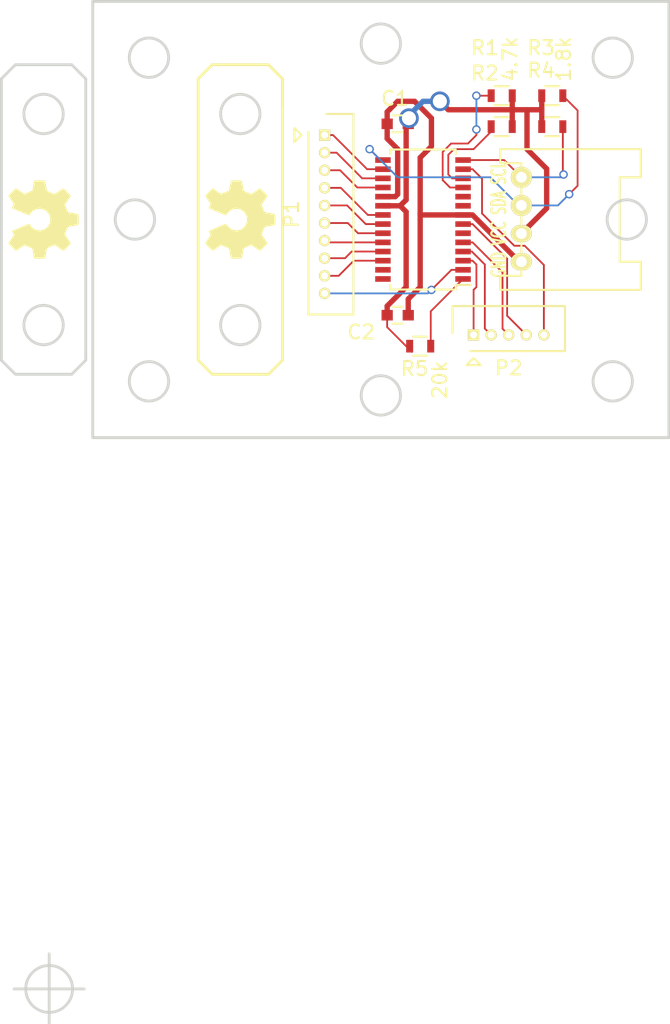
<source format=kicad_pcb>
(kicad_pcb (version 4) (host pcbnew 4.0.2+dfsg1-stable)

  (general
    (links 34)
    (no_connects 0)
    (area 87.085599 67.244799 125.085601 95.244801)
    (thickness 1.6)
    (drawings 40)
    (tracks 150)
    (zones 0)
    (modules 13)
    (nets 28)
  )

  (page A4)
  (title_block
    (date "26 jul 2013")
  )

  (layers
    (0 F.Cu signal)
    (31 B.Cu signal)
    (32 B.Adhes user)
    (33 F.Adhes user)
    (34 B.Paste user)
    (35 F.Paste user)
    (36 B.SilkS user)
    (37 F.SilkS user)
    (38 B.Mask user)
    (39 F.Mask user)
    (40 Dwgs.User user)
    (41 Cmts.User user)
    (42 Eco1.User user)
    (43 Eco2.User user)
    (44 Edge.Cuts user)
    (45 Margin user)
    (46 B.CrtYd user)
    (47 F.CrtYd user)
    (48 B.Fab user)
    (49 F.Fab user)
  )

  (setup
    (last_trace_width 0.127)
    (user_trace_width 0.127)
    (user_trace_width 0.2032)
    (user_trace_width 0.381)
    (user_trace_width 0.508)
    (user_trace_width 1.016)
    (user_trace_width 1.27)
    (user_trace_width 2.032)
    (user_trace_width 2.54)
    (trace_clearance 0.2)
    (zone_clearance 0.508)
    (zone_45_only yes)
    (trace_min 0.1238)
    (segment_width 0.2)
    (edge_width 0.2)
    (via_size 0.6)
    (via_drill 0.4)
    (via_min_size 0.4)
    (via_min_drill 0.3)
    (user_via 1.39954 1.00076)
    (user_via 1.39954 1.00076)
    (user_via 2.54 1.27)
    (user_via 2.54 1.27)
    (user_via 2.54 1.27)
    (user_via 2.54 1.27)
    (user_via 2.79908 1.99898)
    (user_via 2.79908 1.99898)
    (uvia_size 0.3)
    (uvia_drill 0.1)
    (uvias_allowed no)
    (uvia_min_size 0)
    (uvia_min_drill 0)
    (pcb_text_width 0.3)
    (pcb_text_size 1.5 1.5)
    (mod_edge_width 0.15)
    (mod_text_size 1 1)
    (mod_text_width 0.15)
    (pad_size 1.2 1.5)
    (pad_drill 0.762)
    (pad_to_mask_clearance 0.2)
    (aux_axis_origin 106.0856 81.2348)
    (grid_origin 106.0856 81.2448)
    (visible_elements FFFFEFFF)
    (pcbplotparams
      (layerselection 0x010f0_80000001)
      (usegerberextensions false)
      (excludeedgelayer true)
      (linewidth 0.100000)
      (plotframeref false)
      (viasonmask false)
      (mode 1)
      (useauxorigin false)
      (hpglpennumber 1)
      (hpglpenspeed 20)
      (hpglpendiameter 15)
      (hpglpenoverlay 2)
      (psnegative false)
      (psa4output false)
      (plotreference true)
      (plotvalue true)
      (plotinvisibletext false)
      (padsonsilk false)
      (subtractmaskfromsilk false)
      (outputformat 1)
      (mirror false)
      (drillshape 0)
      (scaleselection 1)
      (outputdirectory ""))
  )

  (net 0 "")
  (net 1 "Net-(P2-Pad2)")
  (net 2 "Net-(P2-Pad3)")
  (net 3 "Net-(P1-Pad2)")
  (net 4 "Net-(P1-Pad4)")
  (net 5 "Net-(P3-Pad4)")
  (net 6 "Net-(P2-Pad1)")
  (net 7 "Net-(P2-Pad4)")
  (net 8 "Net-(P2-Pad5)")
  (net 9 "Net-(C1-Pad1)")
  (net 10 "Net-(C1-Pad2)")
  (net 11 "Net-(P1-Pad1)")
  (net 12 "Net-(P1-Pad3)")
  (net 13 "Net-(P1-Pad5)")
  (net 14 "Net-(P1-Pad6)")
  (net 15 "Net-(P1-Pad7)")
  (net 16 "Net-(P1-Pad8)")
  (net 17 "Net-(P1-Pad9)")
  (net 18 "Net-(P1-Pad10)")
  (net 19 "Net-(P3-Pad3)")
  (net 20 "Net-(R1-Pad2)")
  (net 21 "Net-(R5-Pad2)")
  (net 22 "Net-(U1-Pad6)")
  (net 23 "Net-(U1-Pad9)")
  (net 24 "Net-(U1-Pad10)")
  (net 25 "Net-(U1-Pad27)")
  (net 26 "Net-(U1-Pad28)")
  (net 27 "Net-(R2-Pad2)")

  (net_class Default "これは標準のネット クラスです。"
    (clearance 0.2)
    (trace_width 0.25)
    (via_dia 0.6)
    (via_drill 0.4)
    (uvia_dia 0.3)
    (uvia_drill 0.1)
    (add_net "Net-(C1-Pad1)")
    (add_net "Net-(C1-Pad2)")
    (add_net "Net-(P1-Pad1)")
    (add_net "Net-(P1-Pad10)")
    (add_net "Net-(P1-Pad2)")
    (add_net "Net-(P1-Pad3)")
    (add_net "Net-(P1-Pad4)")
    (add_net "Net-(P1-Pad5)")
    (add_net "Net-(P1-Pad6)")
    (add_net "Net-(P1-Pad7)")
    (add_net "Net-(P1-Pad8)")
    (add_net "Net-(P1-Pad9)")
    (add_net "Net-(P2-Pad1)")
    (add_net "Net-(P2-Pad2)")
    (add_net "Net-(P2-Pad3)")
    (add_net "Net-(P2-Pad4)")
    (add_net "Net-(P2-Pad5)")
    (add_net "Net-(P3-Pad3)")
    (add_net "Net-(P3-Pad4)")
    (add_net "Net-(R1-Pad2)")
    (add_net "Net-(R2-Pad2)")
    (add_net "Net-(R5-Pad2)")
    (add_net "Net-(U1-Pad10)")
    (add_net "Net-(U1-Pad27)")
    (add_net "Net-(U1-Pad28)")
    (add_net "Net-(U1-Pad6)")
    (add_net "Net-(U1-Pad9)")
  )

  (module library:OSHW_LOGL_SYLK_5mm (layer F.Cu) (tedit 0) (tstamp 5B11AE7B)
    (at 82.0856 81.2448 270)
    (descr OSHW)
    (tags OSHW)
    (fp_text reference OSHW (at 0 2.95148 270) (layer F.SilkS) hide
      (effects (font (size 0.254 0.254) (thickness 0.0508)))
    )
    (fp_text value 1.1 (at 0 -2.95148 270) (layer F.SilkS) hide
      (effects (font (size 0.254 0.254) (thickness 0.0508)))
    )
    (fp_poly (pts (xy -1.68656 2.49936) (xy -1.65608 2.48412) (xy -1.59258 2.44348) (xy -1.4986 2.38252)
      (xy -1.38938 2.30886) (xy -1.27762 2.23266) (xy -1.18872 2.1717) (xy -1.12522 2.13106)
      (xy -1.09728 2.11836) (xy -1.08458 2.12344) (xy -1.03124 2.14884) (xy -0.95504 2.18694)
      (xy -0.91186 2.2098) (xy -0.84074 2.24028) (xy -0.80772 2.24536) (xy -0.8001 2.23774)
      (xy -0.7747 2.1844) (xy -0.7366 2.09296) (xy -0.68326 1.97104) (xy -0.6223 1.83134)
      (xy -0.5588 1.67894) (xy -0.49276 1.524) (xy -0.4318 1.37414) (xy -0.37846 1.24206)
      (xy -0.33528 1.13284) (xy -0.3048 1.05918) (xy -0.29464 1.02616) (xy -0.29718 1.01854)
      (xy -0.33274 0.98552) (xy -0.3937 0.9398) (xy -0.52578 0.83312) (xy -0.65532 0.67056)
      (xy -0.73406 0.48514) (xy -0.762 0.28194) (xy -0.73914 0.09144) (xy -0.66294 -0.09144)
      (xy -0.53594 -0.254) (xy -0.38354 -0.37592) (xy -0.2032 -0.45466) (xy 0 -0.47752)
      (xy 0.19304 -0.4572) (xy 0.37846 -0.38354) (xy 0.54356 -0.25908) (xy 0.61214 -0.1778)
      (xy 0.70866 -0.0127) (xy 0.762 0.1651) (xy 0.76962 0.21082) (xy 0.75946 0.4064)
      (xy 0.70358 0.59182) (xy 0.59944 0.75946) (xy 0.4572 0.89662) (xy 0.43942 0.91186)
      (xy 0.37084 0.96012) (xy 0.32766 0.99568) (xy 0.2921 1.02362) (xy 0.54102 1.62306)
      (xy 0.58166 1.71704) (xy 0.65024 1.88214) (xy 0.70866 2.02184) (xy 0.75692 2.1336)
      (xy 0.78994 2.2098) (xy 0.80518 2.24028) (xy 0.80772 2.24028) (xy 0.82804 2.24536)
      (xy 0.87376 2.22758) (xy 0.95758 2.18694) (xy 1.01346 2.159) (xy 1.07696 2.12852)
      (xy 1.1049 2.11836) (xy 1.1303 2.13106) (xy 1.19126 2.16916) (xy 1.28016 2.23012)
      (xy 1.38684 2.30378) (xy 1.48844 2.37236) (xy 1.58242 2.43332) (xy 1.651 2.4765)
      (xy 1.68402 2.49428) (xy 1.6891 2.49428) (xy 1.71958 2.47904) (xy 1.77292 2.43332)
      (xy 1.8542 2.35712) (xy 1.97104 2.24282) (xy 1.98882 2.22504) (xy 2.0828 2.12852)
      (xy 2.159 2.04724) (xy 2.21234 1.99136) (xy 2.23012 1.96342) (xy 2.23012 1.96342)
      (xy 2.21234 1.9304) (xy 2.16916 1.86436) (xy 2.1082 1.76784) (xy 2.032 1.65608)
      (xy 1.83388 1.36906) (xy 1.9431 1.09728) (xy 1.97612 1.01346) (xy 2.0193 0.91186)
      (xy 2.04978 0.84074) (xy 2.06502 0.80772) (xy 2.0955 0.79756) (xy 2.16916 0.77978)
      (xy 2.27838 0.75692) (xy 2.40792 0.73406) (xy 2.52984 0.7112) (xy 2.63906 0.69088)
      (xy 2.72034 0.67564) (xy 2.7559 0.66802) (xy 2.76606 0.66294) (xy 2.77114 0.64516)
      (xy 2.77622 0.60706) (xy 2.77876 0.54102) (xy 2.7813 0.43434) (xy 2.7813 0.28194)
      (xy 2.7813 0.26416) (xy 2.77876 0.11684) (xy 2.77622 0.00254) (xy 2.77368 -0.07366)
      (xy 2.7686 -0.10414) (xy 2.7686 -0.10414) (xy 2.73304 -0.11176) (xy 2.6543 -0.12954)
      (xy 2.54508 -0.14986) (xy 2.413 -0.17526) (xy 2.40284 -0.1778) (xy 2.2733 -0.2032)
      (xy 2.16154 -0.22606) (xy 2.08534 -0.24384) (xy 2.05232 -0.254) (xy 2.0447 -0.26416)
      (xy 2.0193 -0.31496) (xy 1.9812 -0.39624) (xy 1.93802 -0.4953) (xy 1.89484 -0.59944)
      (xy 1.85674 -0.69088) (xy 1.83134 -0.762) (xy 1.82372 -0.79248) (xy 1.82626 -0.79248)
      (xy 1.84404 -0.8255) (xy 1.88976 -0.89408) (xy 1.95326 -0.98806) (xy 2.032 -1.09982)
      (xy 2.03708 -1.10744) (xy 2.11328 -1.2192) (xy 2.17424 -1.31318) (xy 2.21488 -1.38176)
      (xy 2.23012 -1.41224) (xy 2.23012 -1.41224) (xy 2.20472 -1.44526) (xy 2.14884 -1.50876)
      (xy 2.06756 -1.59512) (xy 1.9685 -1.69164) (xy 1.93802 -1.72212) (xy 1.83134 -1.8288)
      (xy 1.75514 -1.89738) (xy 1.70942 -1.93548) (xy 1.68656 -1.9431) (xy 1.68402 -1.9431)
      (xy 1.651 -1.92278) (xy 1.58242 -1.87706) (xy 1.4859 -1.81102) (xy 1.37414 -1.73482)
      (xy 1.36652 -1.72974) (xy 1.25476 -1.65354) (xy 1.16078 -1.59004) (xy 1.09474 -1.54686)
      (xy 1.0668 -1.52908) (xy 1.06172 -1.52908) (xy 1.016 -1.54432) (xy 0.93726 -1.57226)
      (xy 0.84074 -1.60782) (xy 0.7366 -1.651) (xy 0.64516 -1.6891) (xy 0.57404 -1.72212)
      (xy 0.54102 -1.7399) (xy 0.54102 -1.74244) (xy 0.52832 -1.78054) (xy 0.508 -1.86436)
      (xy 0.48514 -1.97866) (xy 0.45974 -2.11582) (xy 0.45466 -2.13868) (xy 0.42926 -2.27076)
      (xy 0.40894 -2.37998) (xy 0.3937 -2.45618) (xy 0.38608 -2.48666) (xy 0.36576 -2.49174)
      (xy 0.30226 -2.49682) (xy 0.2032 -2.49936) (xy 0.08382 -2.49936) (xy -0.04064 -2.49936)
      (xy -0.1651 -2.49682) (xy -0.26924 -2.49174) (xy -0.34544 -2.48666) (xy -0.37592 -2.48158)
      (xy -0.37592 -2.47904) (xy -0.38862 -2.4384) (xy -0.4064 -2.35458) (xy -0.42926 -2.24028)
      (xy -0.4572 -2.10312) (xy -0.46228 -2.07772) (xy -0.48514 -1.94564) (xy -0.508 -1.83896)
      (xy -0.52324 -1.76276) (xy -0.5334 -1.73482) (xy -0.54356 -1.7272) (xy -0.59944 -1.70434)
      (xy -0.68834 -1.66624) (xy -0.79756 -1.62306) (xy -1.05156 -1.51892) (xy -1.36398 -1.73482)
      (xy -1.39446 -1.7526) (xy -1.50622 -1.8288) (xy -1.59766 -1.8923) (xy -1.66116 -1.93294)
      (xy -1.6891 -1.94818) (xy -1.69164 -1.94564) (xy -1.72212 -1.92024) (xy -1.78308 -1.86182)
      (xy -1.86944 -1.778) (xy -1.96596 -1.68148) (xy -2.03962 -1.60782) (xy -2.12598 -1.52146)
      (xy -2.17932 -1.46304) (xy -2.2098 -1.42494) (xy -2.21996 -1.40208) (xy -2.21742 -1.38684)
      (xy -2.1971 -1.35382) (xy -2.15138 -1.28524) (xy -2.08788 -1.19126) (xy -2.01168 -1.0795)
      (xy -1.94818 -0.98806) (xy -1.88214 -0.88392) (xy -1.83642 -0.80772) (xy -1.82118 -0.77216)
      (xy -1.82626 -0.75692) (xy -1.84658 -0.69596) (xy -1.88468 -0.60198) (xy -1.9304 -0.49276)
      (xy -2.03962 -0.24638) (xy -2.20218 -0.21336) (xy -2.30124 -0.19558) (xy -2.4384 -0.17018)
      (xy -2.56794 -0.14478) (xy -2.77368 -0.10414) (xy -2.7813 0.6477) (xy -2.75082 0.66294)
      (xy -2.72034 0.67056) (xy -2.64414 0.68834) (xy -2.53492 0.70866) (xy -2.40792 0.73406)
      (xy -2.2987 0.75438) (xy -2.18694 0.7747) (xy -2.1082 0.78994) (xy -2.07264 0.79756)
      (xy -2.06502 0.80772) (xy -2.03708 0.86106) (xy -1.99898 0.94742) (xy -1.9558 1.04902)
      (xy -1.91008 1.15316) (xy -1.87198 1.25222) (xy -1.84404 1.32588) (xy -1.83388 1.36398)
      (xy -1.84912 1.39192) (xy -1.8923 1.45796) (xy -1.95326 1.5494) (xy -2.02692 1.65862)
      (xy -2.10058 1.76784) (xy -2.16408 1.86182) (xy -2.20726 1.92786) (xy -2.22758 1.95834)
      (xy -2.21742 1.9812) (xy -2.17424 2.032) (xy -2.09042 2.11836) (xy -1.9685 2.24028)
      (xy -1.94818 2.25806) (xy -1.85166 2.35204) (xy -1.76784 2.42824) (xy -1.71196 2.47904)
      (xy -1.68656 2.49936)) (layer F.SilkS) (width 0.00254))
  )

  (module library:Grove_I2C_Horisontal_4pin_2mmpitch (layer F.Cu) (tedit 5B07AD1F) (tstamp 5B07A1DA)
    (at 116.0856 81.2448 90)
    (descr Grove_I2C_Horisontal_4pin_2mmpitch)
    (tags Grove_I2C_Horisontal_4pin_2mmpitch)
    (path /5B078B4C)
    (fp_text reference P3 (at 0 -2 90) (layer F.SilkS) hide
      (effects (font (size 1 1) (thickness 0.15)))
    )
    (fp_text value CONN_01X04 (at 0 10 90) (layer F.Fab) hide
      (effects (font (size 1 1) (thickness 0.15)))
    )
    (fp_text user "GND VCC SDA SCL" (at 0 -1.6 90) (layer F.SilkS)
      (effects (font (size 1 0.6) (thickness 0.15)))
    )
    (fp_line (start -5 8.5) (end -3 8.5) (layer F.SilkS) (width 0.15))
    (fp_line (start -3 8.5) (end -3 7) (layer F.SilkS) (width 0.15))
    (fp_line (start -3 7) (end 3 7) (layer F.SilkS) (width 0.15))
    (fp_line (start -5 0) (end -5 -1.5) (layer F.SilkS) (width 0.15))
    (fp_line (start -5 -1.5) (end -4 -1.5) (layer F.SilkS) (width 0.15))
    (fp_line (start -4 -1.5) (end -4 0) (layer F.SilkS) (width 0.15))
    (fp_line (start -4 0) (end 4 0) (layer F.SilkS) (width 0.15))
    (fp_line (start 4 0) (end 4 -1.5) (layer F.SilkS) (width 0.15))
    (fp_line (start 4 -1.5) (end 5 -1.5) (layer F.SilkS) (width 0.15))
    (fp_line (start 5 -1.5) (end 5 8.5) (layer F.SilkS) (width 0.15))
    (fp_line (start 5 8.5) (end 3 8.5) (layer F.SilkS) (width 0.15))
    (fp_line (start 3 8.5) (end 3 7) (layer F.SilkS) (width 0.15))
    (fp_line (start -5 8.5) (end -5 0) (layer F.SilkS) (width 0.15))
    (pad 1 thru_hole oval (at -3 0 90) (size 1.2 1.5) (drill 0.762) (layers *.Cu *.Mask F.SilkS)
      (net 10 "Net-(C1-Pad2)"))
    (pad 2 thru_hole oval (at -1 0 90) (size 1.2 1.5) (drill 0.762) (layers *.Cu *.Mask F.SilkS)
      (net 9 "Net-(C1-Pad1)"))
    (pad 3 thru_hole circle (at 1 0 90) (size 1.5 1.5) (drill 0.762) (layers *.Cu *.Mask F.SilkS)
      (net 19 "Net-(P3-Pad3)"))
    (pad 4 thru_hole circle (at 3 0 90) (size 1.5 1.5) (drill 0.762) (layers *.Cu *.Mask F.SilkS)
      (net 5 "Net-(P3-Pad4)"))
  )

  (module Capacitors_SMD:C_0603 (layer F.Cu) (tedit 5B07AE09) (tstamp 5B07A1A7)
    (at 107.2856 74.4448 180)
    (descr "Capacitor SMD 0603, reflow soldering, AVX (see smccp.pdf)")
    (tags "capacitor 0603")
    (path /5B078D86)
    (attr smd)
    (fp_text reference C1 (at 0.2 1.8 180) (layer F.SilkS)
      (effects (font (size 1 1) (thickness 0.15)))
    )
    (fp_text value 0.1 (at 0 1.9 180) (layer F.Fab) hide
      (effects (font (size 1 1) (thickness 0.15)))
    )
    (fp_line (start -1.45 -0.75) (end 1.45 -0.75) (layer F.CrtYd) (width 0.05))
    (fp_line (start -1.45 0.75) (end 1.45 0.75) (layer F.CrtYd) (width 0.05))
    (fp_line (start -1.45 -0.75) (end -1.45 0.75) (layer F.CrtYd) (width 0.05))
    (fp_line (start 1.45 -0.75) (end 1.45 0.75) (layer F.CrtYd) (width 0.05))
    (fp_line (start -0.35 -0.6) (end 0.35 -0.6) (layer F.SilkS) (width 0.15))
    (fp_line (start 0.35 0.6) (end -0.35 0.6) (layer F.SilkS) (width 0.15))
    (pad 1 smd rect (at -0.75 0 180) (size 0.8 0.75) (layers F.Cu F.Paste F.Mask)
      (net 9 "Net-(C1-Pad1)"))
    (pad 2 smd rect (at 0.75 0 180) (size 0.8 0.75) (layers F.Cu F.Paste F.Mask)
      (net 10 "Net-(C1-Pad2)"))
    (model Capacitors_SMD.3dshapes/C_0603.wrl
      (at (xyz 0 0 0))
      (scale (xyz 1 1 1))
      (rotate (xyz 0 0 0))
    )
  )

  (module Capacitors_SMD:C_0603 (layer F.Cu) (tedit 5B07AD7B) (tstamp 5B07A1AD)
    (at 107.2856 88.0448)
    (descr "Capacitor SMD 0603, reflow soldering, AVX (see smccp.pdf)")
    (tags "capacitor 0603")
    (path /5B078E5E)
    (attr smd)
    (fp_text reference C2 (at -2.6 1.2) (layer F.SilkS)
      (effects (font (size 1 1) (thickness 0.15)))
    )
    (fp_text value 10 (at 0 1.9) (layer F.Fab) hide
      (effects (font (size 1 1) (thickness 0.15)))
    )
    (fp_line (start -1.45 -0.75) (end 1.45 -0.75) (layer F.CrtYd) (width 0.05))
    (fp_line (start -1.45 0.75) (end 1.45 0.75) (layer F.CrtYd) (width 0.05))
    (fp_line (start -1.45 -0.75) (end -1.45 0.75) (layer F.CrtYd) (width 0.05))
    (fp_line (start 1.45 -0.75) (end 1.45 0.75) (layer F.CrtYd) (width 0.05))
    (fp_line (start -0.35 -0.6) (end 0.35 -0.6) (layer F.SilkS) (width 0.15))
    (fp_line (start 0.35 0.6) (end -0.35 0.6) (layer F.SilkS) (width 0.15))
    (pad 1 smd rect (at -0.75 0) (size 0.8 0.75) (layers F.Cu F.Paste F.Mask)
      (net 9 "Net-(C1-Pad1)"))
    (pad 2 smd rect (at 0.75 0) (size 0.8 0.75) (layers F.Cu F.Paste F.Mask)
      (net 10 "Net-(C1-Pad2)"))
    (model Capacitors_SMD.3dshapes/C_0603.wrl
      (at (xyz 0 0 0))
      (scale (xyz 1 1 1))
      (rotate (xyz 0 0 0))
    )
  )

  (module Connectors_Molex:Connector_Molex_PicoBlade_53047-1010 (layer F.Cu) (tedit 5B07A4C0) (tstamp 5B07A1BB)
    (at 102.0856 75.2448 270)
    (descr "Molex PicoBlade 1.25mm shrouded header. Vertical. 10 ways")
    (path /5B0789B7)
    (fp_text reference P1 (at 5.625 2.35 270) (layer F.SilkS)
      (effects (font (size 1 1) (thickness 0.15)))
    )
    (fp_text value CONN_01X10 (at 5.625 -3.25 270) (layer F.Fab) hide
      (effects (font (size 1 1) (thickness 0.15)))
    )
    (fp_line (start -1.5 -0.12) (end -1.5 -2.05) (layer F.SilkS) (width 0.15))
    (fp_line (start -1.5 -2.05) (end 12.75 -2.05) (layer F.SilkS) (width 0.15))
    (fp_line (start 12.75 -2.05) (end 12.75 1.15) (layer F.SilkS) (width 0.15))
    (fp_line (start 12.75 1.15) (end -0.23 1.15) (layer F.SilkS) (width 0.15))
    (fp_line (start 0 1.65) (end 0.5 2.15) (layer F.SilkS) (width 0.15))
    (fp_line (start 0.5 2.15) (end -0.5 2.15) (layer F.SilkS) (width 0.15))
    (fp_line (start -0.5 2.15) (end 0 1.65) (layer F.SilkS) (width 0.15))
    (fp_line (start -0.23 1.15) (end -1.5 -0.12) (layer F.Fab) (width 0.2))
    (fp_line (start -1.5 -0.12) (end -1.5 -2.05) (layer F.Fab) (width 0.2))
    (fp_line (start -1.5 -2.05) (end 12.75 -2.05) (layer F.Fab) (width 0.2))
    (fp_line (start 12.75 -2.05) (end 12.75 1.15) (layer F.Fab) (width 0.2))
    (fp_line (start 12.75 1.15) (end -0.23 1.15) (layer F.Fab) (width 0.2))
    (pad 1 thru_hole rect (at 0 0 270) (size 0.8 0.8) (drill 0.5) (layers *.Cu *.Mask F.SilkS)
      (net 11 "Net-(P1-Pad1)"))
    (pad 2 thru_hole oval (at 1.25 0 270) (size 0.8 0.8) (drill 0.5) (layers *.Cu *.Mask F.SilkS)
      (net 3 "Net-(P1-Pad2)"))
    (pad 3 thru_hole oval (at 2.5 0 270) (size 0.8 0.8) (drill 0.5) (layers *.Cu *.Mask F.SilkS)
      (net 12 "Net-(P1-Pad3)"))
    (pad 4 thru_hole oval (at 3.75 0 270) (size 0.8 0.8) (drill 0.5) (layers *.Cu *.Mask F.SilkS)
      (net 4 "Net-(P1-Pad4)"))
    (pad 5 thru_hole oval (at 5 0 270) (size 0.8 0.8) (drill 0.5) (layers *.Cu *.Mask F.SilkS)
      (net 13 "Net-(P1-Pad5)"))
    (pad 6 thru_hole oval (at 6.25 0 270) (size 0.8 0.8) (drill 0.5) (layers *.Cu *.Mask F.SilkS)
      (net 14 "Net-(P1-Pad6)"))
    (pad 7 thru_hole oval (at 7.5 0 270) (size 0.8 0.8) (drill 0.5) (layers *.Cu *.Mask F.SilkS)
      (net 15 "Net-(P1-Pad7)"))
    (pad 8 thru_hole oval (at 8.75 0 270) (size 0.8 0.8) (drill 0.5) (layers *.Cu *.Mask F.SilkS)
      (net 16 "Net-(P1-Pad8)"))
    (pad 9 thru_hole oval (at 10 0 270) (size 0.8 0.8) (drill 0.5) (layers *.Cu *.Mask F.SilkS)
      (net 17 "Net-(P1-Pad9)"))
    (pad 10 thru_hole oval (at 11.25 0 270) (size 0.8 0.8) (drill 0.5) (layers *.Cu *.Mask F.SilkS)
      (net 18 "Net-(P1-Pad10)"))
  )

  (module Connectors_Molex:Connector_Molex_PicoBlade_53047-0510 (layer F.Cu) (tedit 5B07A5C2) (tstamp 5B07A1C4)
    (at 112.6856 89.4448)
    (descr "Molex PicoBlade 1.25mm shrouded header. Vertical. 5 ways")
    (path /5B078ACC)
    (fp_text reference P2 (at 2.5 2.35) (layer F.SilkS)
      (effects (font (size 1 1) (thickness 0.15)))
    )
    (fp_text value CONN_01X05 (at 2.5 -3.25) (layer F.Fab) hide
      (effects (font (size 1 1) (thickness 0.15)))
    )
    (fp_line (start -1.5 -0.12) (end -1.5 -2.05) (layer F.SilkS) (width 0.15))
    (fp_line (start -1.5 -2.05) (end 6.5 -2.05) (layer F.SilkS) (width 0.15))
    (fp_line (start 6.5 -2.05) (end 6.5 1.15) (layer F.SilkS) (width 0.15))
    (fp_line (start 6.5 1.15) (end -0.23 1.15) (layer F.SilkS) (width 0.15))
    (fp_line (start 0 1.65) (end 0.5 2.15) (layer F.SilkS) (width 0.15))
    (fp_line (start 0.5 2.15) (end -0.5 2.15) (layer F.SilkS) (width 0.15))
    (fp_line (start -0.5 2.15) (end 0 1.65) (layer F.SilkS) (width 0.15))
    (fp_line (start -0.23 1.15) (end -1.5 -0.12) (layer F.Fab) (width 0.2))
    (fp_line (start -1.5 -0.12) (end -1.5 -2.05) (layer F.Fab) (width 0.2))
    (fp_line (start -1.5 -2.05) (end 6.5 -2.05) (layer F.Fab) (width 0.2))
    (fp_line (start 6.5 -2.05) (end 6.5 1.15) (layer F.Fab) (width 0.2))
    (fp_line (start 6.5 1.15) (end -0.23 1.15) (layer F.Fab) (width 0.2))
    (pad 1 thru_hole rect (at 0 0) (size 0.8 0.8) (drill 0.5) (layers *.Cu *.Mask F.SilkS)
      (net 6 "Net-(P2-Pad1)"))
    (pad 2 thru_hole oval (at 1.25 0) (size 0.8 0.8) (drill 0.5) (layers *.Cu *.Mask F.SilkS)
      (net 1 "Net-(P2-Pad2)"))
    (pad 3 thru_hole oval (at 2.5 0) (size 0.8 0.8) (drill 0.5) (layers *.Cu *.Mask F.SilkS)
      (net 2 "Net-(P2-Pad3)"))
    (pad 4 thru_hole oval (at 3.75 0) (size 0.8 0.8) (drill 0.5) (layers *.Cu *.Mask F.SilkS)
      (net 7 "Net-(P2-Pad4)"))
    (pad 5 thru_hole oval (at 5 0) (size 0.8 0.8) (drill 0.5) (layers *.Cu *.Mask F.SilkS)
      (net 8 "Net-(P2-Pad5)"))
    (model Connectors_Molex.3dshapes/Connector_Molex_PicoBlade_53047-0510.wrl
      (at (xyz 0.0984252 0 0))
      (scale (xyz 1 1 1))
      (rotate (xyz 0 0 180))
    )
  )

  (module Resistors_SMD:R_0603 (layer F.Cu) (tedit 5B07ADF5) (tstamp 5B07A1E0)
    (at 114.6856 72.4448 180)
    (descr "Resistor SMD 0603, reflow soldering, Vishay (see dcrcw.pdf)")
    (tags "resistor 0603")
    (path /5B079279)
    (attr smd)
    (fp_text reference R1 (at 1.2 3.4 180) (layer F.SilkS)
      (effects (font (size 1 1) (thickness 0.15)))
    )
    (fp_text value 4.7k (at -0.6 2.6 270) (layer F.SilkS)
      (effects (font (size 1 1) (thickness 0.15)))
    )
    (fp_line (start -1.3 -0.8) (end 1.3 -0.8) (layer F.CrtYd) (width 0.05))
    (fp_line (start -1.3 0.8) (end 1.3 0.8) (layer F.CrtYd) (width 0.05))
    (fp_line (start -1.3 -0.8) (end -1.3 0.8) (layer F.CrtYd) (width 0.05))
    (fp_line (start 1.3 -0.8) (end 1.3 0.8) (layer F.CrtYd) (width 0.05))
    (fp_line (start 0.5 0.675) (end -0.5 0.675) (layer F.SilkS) (width 0.15))
    (fp_line (start -0.5 -0.675) (end 0.5 -0.675) (layer F.SilkS) (width 0.15))
    (pad 1 smd rect (at -0.75 0 180) (size 0.5 0.9) (layers F.Cu F.Paste F.Mask)
      (net 9 "Net-(C1-Pad1)"))
    (pad 2 smd rect (at 0.75 0 180) (size 0.5 0.9) (layers F.Cu F.Paste F.Mask)
      (net 20 "Net-(R1-Pad2)"))
    (model Resistors_SMD.3dshapes/R_0603.wrl
      (at (xyz 0 0 0))
      (scale (xyz 1 1 1))
      (rotate (xyz 0 0 0))
    )
  )

  (module Resistors_SMD:R_0603 (layer F.Cu) (tedit 5B07AE02) (tstamp 5B07A1E6)
    (at 114.6856 74.6448 180)
    (descr "Resistor SMD 0603, reflow soldering, Vishay (see dcrcw.pdf)")
    (tags "resistor 0603")
    (path /5B07930E)
    (attr smd)
    (fp_text reference R2 (at 1.2 3.8 180) (layer F.SilkS)
      (effects (font (size 1 1) (thickness 0.15)))
    )
    (fp_text value 4.7k (at 0.2 -4.2 180) (layer F.SilkS) hide
      (effects (font (size 1 1) (thickness 0.15)))
    )
    (fp_line (start -1.3 -0.8) (end 1.3 -0.8) (layer F.CrtYd) (width 0.05))
    (fp_line (start -1.3 0.8) (end 1.3 0.8) (layer F.CrtYd) (width 0.05))
    (fp_line (start -1.3 -0.8) (end -1.3 0.8) (layer F.CrtYd) (width 0.05))
    (fp_line (start 1.3 -0.8) (end 1.3 0.8) (layer F.CrtYd) (width 0.05))
    (fp_line (start 0.5 0.675) (end -0.5 0.675) (layer F.SilkS) (width 0.15))
    (fp_line (start -0.5 -0.675) (end 0.5 -0.675) (layer F.SilkS) (width 0.15))
    (pad 1 smd rect (at -0.75 0 180) (size 0.5 0.9) (layers F.Cu F.Paste F.Mask)
      (net 9 "Net-(C1-Pad1)"))
    (pad 2 smd rect (at 0.75 0 180) (size 0.5 0.9) (layers F.Cu F.Paste F.Mask)
      (net 27 "Net-(R2-Pad2)"))
    (model Resistors_SMD.3dshapes/R_0603.wrl
      (at (xyz 0 0 0))
      (scale (xyz 1 1 1))
      (rotate (xyz 0 0 0))
    )
  )

  (module Resistors_SMD:R_0603 (layer F.Cu) (tedit 5B07ADDA) (tstamp 5B07A1EC)
    (at 118.2856 72.4448)
    (descr "Resistor SMD 0603, reflow soldering, Vishay (see dcrcw.pdf)")
    (tags "resistor 0603")
    (path /5B0794BC)
    (attr smd)
    (fp_text reference R3 (at -0.8 -3.4) (layer F.SilkS)
      (effects (font (size 1 1) (thickness 0.15)))
    )
    (fp_text value 1.8k (at 0 1.9) (layer F.SilkS) hide
      (effects (font (size 1 1) (thickness 0.15)))
    )
    (fp_line (start -1.3 -0.8) (end 1.3 -0.8) (layer F.CrtYd) (width 0.05))
    (fp_line (start -1.3 0.8) (end 1.3 0.8) (layer F.CrtYd) (width 0.05))
    (fp_line (start -1.3 -0.8) (end -1.3 0.8) (layer F.CrtYd) (width 0.05))
    (fp_line (start 1.3 -0.8) (end 1.3 0.8) (layer F.CrtYd) (width 0.05))
    (fp_line (start 0.5 0.675) (end -0.5 0.675) (layer F.SilkS) (width 0.15))
    (fp_line (start -0.5 -0.675) (end 0.5 -0.675) (layer F.SilkS) (width 0.15))
    (pad 1 smd rect (at -0.75 0) (size 0.5 0.9) (layers F.Cu F.Paste F.Mask)
      (net 9 "Net-(C1-Pad1)"))
    (pad 2 smd rect (at 0.75 0) (size 0.5 0.9) (layers F.Cu F.Paste F.Mask)
      (net 19 "Net-(P3-Pad3)"))
    (model Resistors_SMD.3dshapes/R_0603.wrl
      (at (xyz 0 0 0))
      (scale (xyz 1 1 1))
      (rotate (xyz 0 0 0))
    )
  )

  (module Resistors_SMD:R_0603 (layer F.Cu) (tedit 5B07ADEA) (tstamp 5B07A1F2)
    (at 118.2856 74.6448)
    (descr "Resistor SMD 0603, reflow soldering, Vishay (see dcrcw.pdf)")
    (tags "resistor 0603")
    (path /5B079552)
    (attr smd)
    (fp_text reference R4 (at -0.8 -4) (layer F.SilkS)
      (effects (font (size 1 1) (thickness 0.15)))
    )
    (fp_text value 1.8k (at 0.8 -4.8 90) (layer F.SilkS)
      (effects (font (size 1 1) (thickness 0.15)))
    )
    (fp_line (start -1.3 -0.8) (end 1.3 -0.8) (layer F.CrtYd) (width 0.05))
    (fp_line (start -1.3 0.8) (end 1.3 0.8) (layer F.CrtYd) (width 0.05))
    (fp_line (start -1.3 -0.8) (end -1.3 0.8) (layer F.CrtYd) (width 0.05))
    (fp_line (start 1.3 -0.8) (end 1.3 0.8) (layer F.CrtYd) (width 0.05))
    (fp_line (start 0.5 0.675) (end -0.5 0.675) (layer F.SilkS) (width 0.15))
    (fp_line (start -0.5 -0.675) (end 0.5 -0.675) (layer F.SilkS) (width 0.15))
    (pad 1 smd rect (at -0.75 0) (size 0.5 0.9) (layers F.Cu F.Paste F.Mask)
      (net 9 "Net-(C1-Pad1)"))
    (pad 2 smd rect (at 0.75 0) (size 0.5 0.9) (layers F.Cu F.Paste F.Mask)
      (net 5 "Net-(P3-Pad4)"))
    (model Resistors_SMD.3dshapes/R_0603.wrl
      (at (xyz 0 0 0))
      (scale (xyz 1 1 1))
      (rotate (xyz 0 0 0))
    )
  )

  (module Resistors_SMD:R_0603 (layer F.Cu) (tedit 5B07AD84) (tstamp 5B07A1F8)
    (at 108.8856 90.2448)
    (descr "Resistor SMD 0603, reflow soldering, Vishay (see dcrcw.pdf)")
    (tags "resistor 0603")
    (path /5B078FD5)
    (attr smd)
    (fp_text reference R5 (at -0.4 1.6) (layer F.SilkS)
      (effects (font (size 1 1) (thickness 0.15)))
    )
    (fp_text value 20k (at 1.4 2.4 90) (layer F.SilkS)
      (effects (font (size 1 1) (thickness 0.15)))
    )
    (fp_line (start -1.3 -0.8) (end 1.3 -0.8) (layer F.CrtYd) (width 0.05))
    (fp_line (start -1.3 0.8) (end 1.3 0.8) (layer F.CrtYd) (width 0.05))
    (fp_line (start -1.3 -0.8) (end -1.3 0.8) (layer F.CrtYd) (width 0.05))
    (fp_line (start 1.3 -0.8) (end 1.3 0.8) (layer F.CrtYd) (width 0.05))
    (fp_line (start 0.5 0.675) (end -0.5 0.675) (layer F.SilkS) (width 0.15))
    (fp_line (start -0.5 -0.675) (end 0.5 -0.675) (layer F.SilkS) (width 0.15))
    (pad 1 smd rect (at -0.75 0) (size 0.5 0.9) (layers F.Cu F.Paste F.Mask)
      (net 9 "Net-(C1-Pad1)"))
    (pad 2 smd rect (at 0.75 0) (size 0.5 0.9) (layers F.Cu F.Paste F.Mask)
      (net 21 "Net-(R5-Pad2)"))
    (model Resistors_SMD.3dshapes/R_0603.wrl
      (at (xyz 0 0 0))
      (scale (xyz 1 1 1))
      (rotate (xyz 0 0 0))
    )
  )

  (module Housings_SSOP:TSSOP-28_4.4x9.7mm_Pitch0.65mm (layer F.Cu) (tedit 5B07A4D3) (tstamp 5B07A218)
    (at 109.0856 81.2448 180)
    (descr "TSSOP28: plastic thin shrink small outline package; 28 leads; body width 4.4 mm; (see NXP SSOP-TSSOP-VSO-REFLOW.pdf and sot361-1_po.pdf)")
    (tags "SSOP 0.65")
    (path /5B0787D0)
    (attr smd)
    (fp_text reference U1 (at 0 -5.9 180) (layer F.SilkS) hide
      (effects (font (size 1 1) (thickness 0.15)))
    )
    (fp_text value MTCH6102_SSOP28 (at 0 5.9 180) (layer F.Fab) hide
      (effects (font (size 1 1) (thickness 0.15)))
    )
    (fp_line (start -3.65 -5.15) (end -3.65 5.15) (layer F.CrtYd) (width 0.05))
    (fp_line (start 3.65 -5.15) (end 3.65 5.15) (layer F.CrtYd) (width 0.05))
    (fp_line (start -3.65 -5.15) (end 3.65 -5.15) (layer F.CrtYd) (width 0.05))
    (fp_line (start -3.65 5.15) (end 3.65 5.15) (layer F.CrtYd) (width 0.05))
    (fp_line (start -2.325 -4.975) (end -2.325 -4.65) (layer F.SilkS) (width 0.15))
    (fp_line (start 2.325 -4.975) (end 2.325 -4.65) (layer F.SilkS) (width 0.15))
    (fp_line (start 2.325 4.975) (end 2.325 4.65) (layer F.SilkS) (width 0.15))
    (fp_line (start -2.325 4.975) (end -2.325 4.65) (layer F.SilkS) (width 0.15))
    (fp_line (start -2.325 -4.975) (end 2.325 -4.975) (layer F.SilkS) (width 0.15))
    (fp_line (start -2.325 4.975) (end 2.325 4.975) (layer F.SilkS) (width 0.15))
    (fp_line (start -2.325 -4.65) (end -3.4 -4.65) (layer F.SilkS) (width 0.15))
    (pad 1 smd rect (at -2.85 -4.225 180) (size 1.1 0.4) (layers F.Cu F.Paste F.Mask)
      (net 21 "Net-(R5-Pad2)"))
    (pad 2 smd rect (at -2.85 -3.575 180) (size 1.1 0.4) (layers F.Cu F.Paste F.Mask)
      (net 18 "Net-(P1-Pad10)"))
    (pad 3 smd rect (at -2.85 -2.925 180) (size 1.1 0.4) (layers F.Cu F.Paste F.Mask)
      (net 6 "Net-(P2-Pad1)"))
    (pad 4 smd rect (at -2.85 -2.275 180) (size 1.1 0.4) (layers F.Cu F.Paste F.Mask)
      (net 1 "Net-(P2-Pad2)"))
    (pad 5 smd rect (at -2.85 -1.625 180) (size 1.1 0.4) (layers F.Cu F.Paste F.Mask)
      (net 2 "Net-(P2-Pad3)"))
    (pad 6 smd rect (at -2.85 -0.975 180) (size 1.1 0.4) (layers F.Cu F.Paste F.Mask)
      (net 22 "Net-(U1-Pad6)"))
    (pad 7 smd rect (at -2.85 -0.325 180) (size 1.1 0.4) (layers F.Cu F.Paste F.Mask)
      (net 7 "Net-(P2-Pad4)"))
    (pad 8 smd rect (at -2.85 0.325 180) (size 1.1 0.4) (layers F.Cu F.Paste F.Mask)
      (net 10 "Net-(C1-Pad2)"))
    (pad 9 smd rect (at -2.85 0.975 180) (size 1.1 0.4) (layers F.Cu F.Paste F.Mask)
      (net 23 "Net-(U1-Pad9)"))
    (pad 10 smd rect (at -2.85 1.625 180) (size 1.1 0.4) (layers F.Cu F.Paste F.Mask)
      (net 24 "Net-(U1-Pad10)"))
    (pad 11 smd rect (at -2.85 2.275 180) (size 1.1 0.4) (layers F.Cu F.Paste F.Mask)
      (net 20 "Net-(R1-Pad2)"))
    (pad 12 smd rect (at -2.85 2.925 180) (size 1.1 0.4) (layers F.Cu F.Paste F.Mask)
      (net 27 "Net-(R2-Pad2)"))
    (pad 13 smd rect (at -2.85 3.575 180) (size 1.1 0.4) (layers F.Cu F.Paste F.Mask)
      (net 8 "Net-(P2-Pad5)"))
    (pad 14 smd rect (at -2.85 4.225 180) (size 1.1 0.4) (layers F.Cu F.Paste F.Mask)
      (net 5 "Net-(P3-Pad4)"))
    (pad 15 smd rect (at 2.85 4.225 180) (size 1.1 0.4) (layers F.Cu F.Paste F.Mask)
      (net 19 "Net-(P3-Pad3)"))
    (pad 16 smd rect (at 2.85 3.575 180) (size 1.1 0.4) (layers F.Cu F.Paste F.Mask)
      (net 11 "Net-(P1-Pad1)"))
    (pad 17 smd rect (at 2.85 2.925 180) (size 1.1 0.4) (layers F.Cu F.Paste F.Mask)
      (net 3 "Net-(P1-Pad2)"))
    (pad 18 smd rect (at 2.85 2.275 180) (size 1.1 0.4) (layers F.Cu F.Paste F.Mask)
      (net 12 "Net-(P1-Pad3)"))
    (pad 19 smd rect (at 2.85 1.625 180) (size 1.1 0.4) (layers F.Cu F.Paste F.Mask)
      (net 10 "Net-(C1-Pad2)"))
    (pad 20 smd rect (at 2.85 0.975 180) (size 1.1 0.4) (layers F.Cu F.Paste F.Mask)
      (net 9 "Net-(C1-Pad1)"))
    (pad 21 smd rect (at 2.85 0.325 180) (size 1.1 0.4) (layers F.Cu F.Paste F.Mask)
      (net 4 "Net-(P1-Pad4)"))
    (pad 22 smd rect (at 2.85 -0.325 180) (size 1.1 0.4) (layers F.Cu F.Paste F.Mask)
      (net 13 "Net-(P1-Pad5)"))
    (pad 23 smd rect (at 2.85 -0.975 180) (size 1.1 0.4) (layers F.Cu F.Paste F.Mask)
      (net 14 "Net-(P1-Pad6)"))
    (pad 24 smd rect (at 2.85 -1.625 180) (size 1.1 0.4) (layers F.Cu F.Paste F.Mask)
      (net 15 "Net-(P1-Pad7)"))
    (pad 25 smd rect (at 2.85 -2.275 180) (size 1.1 0.4) (layers F.Cu F.Paste F.Mask)
      (net 16 "Net-(P1-Pad8)"))
    (pad 26 smd rect (at 2.85 -2.925 180) (size 1.1 0.4) (layers F.Cu F.Paste F.Mask)
      (net 17 "Net-(P1-Pad9)"))
    (pad 27 smd rect (at 2.85 -3.575 180) (size 1.1 0.4) (layers F.Cu F.Paste F.Mask)
      (net 25 "Net-(U1-Pad27)"))
    (pad 28 smd rect (at 2.85 -4.225 180) (size 1.1 0.4) (layers F.Cu F.Paste F.Mask)
      (net 26 "Net-(U1-Pad28)"))
    (model Housings_SSOP.3dshapes/TSSOP-28_4.4x9.7mm_Pitch0.65mm.wrl
      (at (xyz 0 0 0))
      (scale (xyz 1 1 1))
      (rotate (xyz 0 0 0))
    )
  )

  (module library:OSHW_LOGL_SYLK_5mm (layer F.Cu) (tedit 0) (tstamp 5B07B026)
    (at 96.0856 81.2448 270)
    (descr OSHW)
    (tags OSHW)
    (fp_text reference OSHW (at 0 2.95148 270) (layer F.SilkS) hide
      (effects (font (size 0.254 0.254) (thickness 0.0508)))
    )
    (fp_text value 1.1 (at 0 -2.95148 270) (layer F.SilkS) hide
      (effects (font (size 0.254 0.254) (thickness 0.0508)))
    )
    (fp_poly (pts (xy -1.68656 2.49936) (xy -1.65608 2.48412) (xy -1.59258 2.44348) (xy -1.4986 2.38252)
      (xy -1.38938 2.30886) (xy -1.27762 2.23266) (xy -1.18872 2.1717) (xy -1.12522 2.13106)
      (xy -1.09728 2.11836) (xy -1.08458 2.12344) (xy -1.03124 2.14884) (xy -0.95504 2.18694)
      (xy -0.91186 2.2098) (xy -0.84074 2.24028) (xy -0.80772 2.24536) (xy -0.8001 2.23774)
      (xy -0.7747 2.1844) (xy -0.7366 2.09296) (xy -0.68326 1.97104) (xy -0.6223 1.83134)
      (xy -0.5588 1.67894) (xy -0.49276 1.524) (xy -0.4318 1.37414) (xy -0.37846 1.24206)
      (xy -0.33528 1.13284) (xy -0.3048 1.05918) (xy -0.29464 1.02616) (xy -0.29718 1.01854)
      (xy -0.33274 0.98552) (xy -0.3937 0.9398) (xy -0.52578 0.83312) (xy -0.65532 0.67056)
      (xy -0.73406 0.48514) (xy -0.762 0.28194) (xy -0.73914 0.09144) (xy -0.66294 -0.09144)
      (xy -0.53594 -0.254) (xy -0.38354 -0.37592) (xy -0.2032 -0.45466) (xy 0 -0.47752)
      (xy 0.19304 -0.4572) (xy 0.37846 -0.38354) (xy 0.54356 -0.25908) (xy 0.61214 -0.1778)
      (xy 0.70866 -0.0127) (xy 0.762 0.1651) (xy 0.76962 0.21082) (xy 0.75946 0.4064)
      (xy 0.70358 0.59182) (xy 0.59944 0.75946) (xy 0.4572 0.89662) (xy 0.43942 0.91186)
      (xy 0.37084 0.96012) (xy 0.32766 0.99568) (xy 0.2921 1.02362) (xy 0.54102 1.62306)
      (xy 0.58166 1.71704) (xy 0.65024 1.88214) (xy 0.70866 2.02184) (xy 0.75692 2.1336)
      (xy 0.78994 2.2098) (xy 0.80518 2.24028) (xy 0.80772 2.24028) (xy 0.82804 2.24536)
      (xy 0.87376 2.22758) (xy 0.95758 2.18694) (xy 1.01346 2.159) (xy 1.07696 2.12852)
      (xy 1.1049 2.11836) (xy 1.1303 2.13106) (xy 1.19126 2.16916) (xy 1.28016 2.23012)
      (xy 1.38684 2.30378) (xy 1.48844 2.37236) (xy 1.58242 2.43332) (xy 1.651 2.4765)
      (xy 1.68402 2.49428) (xy 1.6891 2.49428) (xy 1.71958 2.47904) (xy 1.77292 2.43332)
      (xy 1.8542 2.35712) (xy 1.97104 2.24282) (xy 1.98882 2.22504) (xy 2.0828 2.12852)
      (xy 2.159 2.04724) (xy 2.21234 1.99136) (xy 2.23012 1.96342) (xy 2.23012 1.96342)
      (xy 2.21234 1.9304) (xy 2.16916 1.86436) (xy 2.1082 1.76784) (xy 2.032 1.65608)
      (xy 1.83388 1.36906) (xy 1.9431 1.09728) (xy 1.97612 1.01346) (xy 2.0193 0.91186)
      (xy 2.04978 0.84074) (xy 2.06502 0.80772) (xy 2.0955 0.79756) (xy 2.16916 0.77978)
      (xy 2.27838 0.75692) (xy 2.40792 0.73406) (xy 2.52984 0.7112) (xy 2.63906 0.69088)
      (xy 2.72034 0.67564) (xy 2.7559 0.66802) (xy 2.76606 0.66294) (xy 2.77114 0.64516)
      (xy 2.77622 0.60706) (xy 2.77876 0.54102) (xy 2.7813 0.43434) (xy 2.7813 0.28194)
      (xy 2.7813 0.26416) (xy 2.77876 0.11684) (xy 2.77622 0.00254) (xy 2.77368 -0.07366)
      (xy 2.7686 -0.10414) (xy 2.7686 -0.10414) (xy 2.73304 -0.11176) (xy 2.6543 -0.12954)
      (xy 2.54508 -0.14986) (xy 2.413 -0.17526) (xy 2.40284 -0.1778) (xy 2.2733 -0.2032)
      (xy 2.16154 -0.22606) (xy 2.08534 -0.24384) (xy 2.05232 -0.254) (xy 2.0447 -0.26416)
      (xy 2.0193 -0.31496) (xy 1.9812 -0.39624) (xy 1.93802 -0.4953) (xy 1.89484 -0.59944)
      (xy 1.85674 -0.69088) (xy 1.83134 -0.762) (xy 1.82372 -0.79248) (xy 1.82626 -0.79248)
      (xy 1.84404 -0.8255) (xy 1.88976 -0.89408) (xy 1.95326 -0.98806) (xy 2.032 -1.09982)
      (xy 2.03708 -1.10744) (xy 2.11328 -1.2192) (xy 2.17424 -1.31318) (xy 2.21488 -1.38176)
      (xy 2.23012 -1.41224) (xy 2.23012 -1.41224) (xy 2.20472 -1.44526) (xy 2.14884 -1.50876)
      (xy 2.06756 -1.59512) (xy 1.9685 -1.69164) (xy 1.93802 -1.72212) (xy 1.83134 -1.8288)
      (xy 1.75514 -1.89738) (xy 1.70942 -1.93548) (xy 1.68656 -1.9431) (xy 1.68402 -1.9431)
      (xy 1.651 -1.92278) (xy 1.58242 -1.87706) (xy 1.4859 -1.81102) (xy 1.37414 -1.73482)
      (xy 1.36652 -1.72974) (xy 1.25476 -1.65354) (xy 1.16078 -1.59004) (xy 1.09474 -1.54686)
      (xy 1.0668 -1.52908) (xy 1.06172 -1.52908) (xy 1.016 -1.54432) (xy 0.93726 -1.57226)
      (xy 0.84074 -1.60782) (xy 0.7366 -1.651) (xy 0.64516 -1.6891) (xy 0.57404 -1.72212)
      (xy 0.54102 -1.7399) (xy 0.54102 -1.74244) (xy 0.52832 -1.78054) (xy 0.508 -1.86436)
      (xy 0.48514 -1.97866) (xy 0.45974 -2.11582) (xy 0.45466 -2.13868) (xy 0.42926 -2.27076)
      (xy 0.40894 -2.37998) (xy 0.3937 -2.45618) (xy 0.38608 -2.48666) (xy 0.36576 -2.49174)
      (xy 0.30226 -2.49682) (xy 0.2032 -2.49936) (xy 0.08382 -2.49936) (xy -0.04064 -2.49936)
      (xy -0.1651 -2.49682) (xy -0.26924 -2.49174) (xy -0.34544 -2.48666) (xy -0.37592 -2.48158)
      (xy -0.37592 -2.47904) (xy -0.38862 -2.4384) (xy -0.4064 -2.35458) (xy -0.42926 -2.24028)
      (xy -0.4572 -2.10312) (xy -0.46228 -2.07772) (xy -0.48514 -1.94564) (xy -0.508 -1.83896)
      (xy -0.52324 -1.76276) (xy -0.5334 -1.73482) (xy -0.54356 -1.7272) (xy -0.59944 -1.70434)
      (xy -0.68834 -1.66624) (xy -0.79756 -1.62306) (xy -1.05156 -1.51892) (xy -1.36398 -1.73482)
      (xy -1.39446 -1.7526) (xy -1.50622 -1.8288) (xy -1.59766 -1.8923) (xy -1.66116 -1.93294)
      (xy -1.6891 -1.94818) (xy -1.69164 -1.94564) (xy -1.72212 -1.92024) (xy -1.78308 -1.86182)
      (xy -1.86944 -1.778) (xy -1.96596 -1.68148) (xy -2.03962 -1.60782) (xy -2.12598 -1.52146)
      (xy -2.17932 -1.46304) (xy -2.2098 -1.42494) (xy -2.21996 -1.40208) (xy -2.21742 -1.38684)
      (xy -2.1971 -1.35382) (xy -2.15138 -1.28524) (xy -2.08788 -1.19126) (xy -2.01168 -1.0795)
      (xy -1.94818 -0.98806) (xy -1.88214 -0.88392) (xy -1.83642 -0.80772) (xy -1.82118 -0.77216)
      (xy -1.82626 -0.75692) (xy -1.84658 -0.69596) (xy -1.88468 -0.60198) (xy -1.9304 -0.49276)
      (xy -2.03962 -0.24638) (xy -2.20218 -0.21336) (xy -2.30124 -0.19558) (xy -2.4384 -0.17018)
      (xy -2.56794 -0.14478) (xy -2.77368 -0.10414) (xy -2.7813 0.6477) (xy -2.75082 0.66294)
      (xy -2.72034 0.67056) (xy -2.64414 0.68834) (xy -2.53492 0.70866) (xy -2.40792 0.73406)
      (xy -2.2987 0.75438) (xy -2.18694 0.7747) (xy -2.1082 0.78994) (xy -2.07264 0.79756)
      (xy -2.06502 0.80772) (xy -2.03708 0.86106) (xy -1.99898 0.94742) (xy -1.9558 1.04902)
      (xy -1.91008 1.15316) (xy -1.87198 1.25222) (xy -1.84404 1.32588) (xy -1.83388 1.36398)
      (xy -1.84912 1.39192) (xy -1.8923 1.45796) (xy -1.95326 1.5494) (xy -2.02692 1.65862)
      (xy -2.10058 1.76784) (xy -2.16408 1.86182) (xy -2.20726 1.92786) (xy -2.22758 1.95834)
      (xy -2.21742 1.9812) (xy -2.17424 2.032) (xy -2.09042 2.11836) (xy -1.9685 2.24028)
      (xy -1.94818 2.25806) (xy -1.85166 2.35204) (xy -1.76784 2.42824) (xy -1.71196 2.47904)
      (xy -1.68656 2.49936)) (layer F.SilkS) (width 0.00254))
  )

  (gr_line (start 126.5856 65.7448) (end 85.5856 65.7448) (angle 90) (layer Edge.Cuts) (width 0.2))
  (gr_line (start 126.5856 96.7448) (end 126.5856 65.7448) (angle 90) (layer Edge.Cuts) (width 0.2))
  (gr_line (start 85.5856 96.7448) (end 126.5856 96.7448) (angle 90) (layer Edge.Cuts) (width 0.2))
  (gr_line (start 85.5856 65.7448) (end 85.5856 96.7448) (angle 90) (layer Edge.Cuts) (width 0.2))
  (gr_line (start 79.0856 91.2448) (end 79.0856 71.2448) (angle 90) (layer Edge.Cuts) (width 0.2))
  (gr_line (start 80.0856 92.2448) (end 79.0856 91.2448) (angle 90) (layer Edge.Cuts) (width 0.2))
  (gr_line (start 84.0856 92.2448) (end 80.0856 92.2448) (angle 90) (layer Edge.Cuts) (width 0.2))
  (gr_line (start 85.0856 91.2448) (end 84.0856 92.2448) (angle 90) (layer Edge.Cuts) (width 0.2))
  (gr_line (start 85.0856 71.2448) (end 85.0856 91.2448) (angle 90) (layer Edge.Cuts) (width 0.2))
  (gr_line (start 84.0856 70.2448) (end 85.0856 71.2448) (angle 90) (layer Edge.Cuts) (width 0.2))
  (gr_line (start 80.0856 70.2448) (end 84.0856 70.2448) (angle 90) (layer Edge.Cuts) (width 0.2))
  (gr_line (start 79.0856 71.2448) (end 80.0856 70.2448) (angle 90) (layer Edge.Cuts) (width 0.2))
  (gr_circle (center 82.0856 73.7448) (end 83.4856 73.7448) (layer Edge.Cuts) (width 0.2) (tstamp 5B07AEF0))
  (gr_circle (center 82.0856 88.7448) (end 83.4856 88.7448) (layer Edge.Cuts) (width 0.2) (tstamp 5B07AEEF))
  (gr_line (start 93.0856 71.2448) (end 93.0856 91.2448) (angle 90) (layer F.SilkS) (width 0.2))
  (gr_line (start 94.0856 70.2448) (end 93.0856 71.2448) (angle 90) (layer F.SilkS) (width 0.2))
  (gr_line (start 98.0856 70.2448) (end 94.0856 70.2448) (angle 90) (layer F.SilkS) (width 0.2))
  (gr_line (start 99.0856 71.2448) (end 98.0856 70.2448) (angle 90) (layer F.SilkS) (width 0.2))
  (gr_line (start 99.0856 91.2448) (end 99.0856 71.2448) (angle 90) (layer F.SilkS) (width 0.2))
  (gr_line (start 93.0856 71.2448) (end 94.0856 70.2448) (angle 90) (layer F.SilkS) (width 0.2))
  (gr_line (start 94.0856 92.2448) (end 93.0856 91.2448) (angle 90) (layer F.SilkS) (width 0.2))
  (gr_line (start 98.0856 92.2448) (end 94.0856 92.2448) (angle 90) (layer F.SilkS) (width 0.2))
  (gr_line (start 99.0856 91.2448) (end 98.0856 92.2448) (angle 90) (layer F.SilkS) (width 0.2))
  (gr_line (start 99.0856 71.2448) (end 99.0856 73.2448) (angle 90) (layer F.SilkS) (width 0.2))
  (gr_line (start 98.0856 70.2448) (end 99.0856 71.2448) (angle 90) (layer F.SilkS) (width 0.2))
  (gr_circle (center 96.0856 88.7448) (end 97.4856 88.7448) (layer Edge.Cuts) (width 0.2) (tstamp 5B07A301))
  (gr_circle (center 96.0856 73.7448) (end 97.4856 73.7448) (layer Edge.Cuts) (width 0.2) (tstamp 5B07A2F5))
  (gr_circle (center 123.5856 81.2448) (end 124.9856 81.2448) (layer Edge.Cuts) (width 0.2) (tstamp 5B07A0CA))
  (gr_circle (center 88.5856 81.2448) (end 89.9856 81.2448) (layer Edge.Cuts) (width 0.2) (tstamp 5B07A0C4))
  (gr_circle (center 106.0856 93.7448) (end 107.4856 93.7448) (layer Edge.Cuts) (width 0.2) (tstamp 5B07A0BE))
  (gr_circle (center 106.0856 68.7448) (end 107.4856 68.7448) (layer Edge.Cuts) (width 0.2) (tstamp 5B07A09F))
  (gr_circle (center 89.5856 92.7448) (end 90.9856 92.7448) (layer Edge.Cuts) (width 0.2) (tstamp 5B079F99))
  (gr_circle (center 122.5856 92.7448) (end 123.9856 92.7448) (layer Edge.Cuts) (width 0.2) (tstamp 5B079F94))
  (gr_circle (center 122.5856 69.7448) (end 123.9856 69.7448) (layer Edge.Cuts) (width 0.2) (tstamp 5B079F8E))
  (gr_circle (center 89.5856 69.7448) (end 90.9856 69.7448) (layer Edge.Cuts) (width 0.2))
  (gr_line (start 85.5856 96.7448) (end 85.5856 65.7448) (angle 90) (layer F.SilkS) (width 0.2))
  (gr_line (start 126.5856 96.7448) (end 85.5856 96.7448) (angle 90) (layer F.SilkS) (width 0.2))
  (gr_line (start 126.5856 65.7448) (end 126.5856 96.7448) (angle 90) (layer F.SilkS) (width 0.2))
  (gr_line (start 85.5856 65.7448) (end 126.5856 65.7448) (angle 90) (layer F.SilkS) (width 0.2))
  (target plus (at 82.484 135.9246) (size 5) (width 0.2) (layer Edge.Cuts))

  (segment (start 111.9356 83.5198) (end 112.5606 83.5198) (width 0.127) (layer F.Cu) (net 1))
  (segment (start 113.4856 88.9948) (end 113.9356 89.4448) (width 0.127) (layer F.Cu) (net 1) (tstamp 5B07ACCB))
  (segment (start 113.4856 84.4448) (end 113.4856 88.9948) (width 0.127) (layer F.Cu) (net 1) (tstamp 5B07ACC8))
  (segment (start 112.5606 83.5198) (end 113.4856 84.4448) (width 0.127) (layer F.Cu) (net 1) (tstamp 5B07ACC6))
  (segment (start 114.745088 89.004288) (end 114.745088 85.002288) (width 0.127) (layer F.Cu) (net 2))
  (segment (start 112.6126 82.8698) (end 111.9356 82.8698) (width 0.127) (layer F.Cu) (net 2))
  (segment (start 115.1856 89.4448) (end 114.745088 89.004288) (width 0.127) (layer F.Cu) (net 2))
  (segment (start 114.745088 85.002288) (end 112.6126 82.8698) (width 0.127) (layer F.Cu) (net 2))
  (segment (start 106.2356 78.3198) (end 104.7606 78.3198) (width 0.127) (layer F.Cu) (net 3))
  (segment (start 102.9356 76.4948) (end 102.0856 76.4948) (width 0.127) (layer F.Cu) (net 3) (tstamp 5B07A5E4))
  (segment (start 104.7606 78.3198) (end 102.9356 76.4948) (width 0.127) (layer F.Cu) (net 3) (tstamp 5B07A5E2))
  (segment (start 102.0856 78.9948) (end 103.2356 78.9948) (width 0.127) (layer F.Cu) (net 4))
  (segment (start 105.1606 80.9198) (end 106.2356 80.9198) (width 0.127) (layer F.Cu) (net 4) (tstamp 5B07A7CF))
  (segment (start 103.2356 78.9948) (end 105.1606 80.9198) (width 0.127) (layer F.Cu) (net 4) (tstamp 5B07A7CC))
  (segment (start 119.0356 74.6448) (end 119.0356 77.9948) (width 0.127) (layer F.Cu) (net 5))
  (segment (start 118.8856 78.2448) (end 116.0856 78.2448) (width 0.127) (layer B.Cu) (net 5) (tstamp 5B07ABF8))
  (segment (start 119.0856 78.0448) (end 118.8856 78.2448) (width 0.127) (layer B.Cu) (net 5) (tstamp 5B07ABF7))
  (via (at 119.0856 78.0448) (size 0.6) (drill 0.4) (layers F.Cu B.Cu) (net 5))
  (segment (start 119.0356 77.9948) (end 119.0856 78.0448) (width 0.127) (layer F.Cu) (net 5) (tstamp 5B07ABEE))
  (segment (start 111.9356 77.0198) (end 114.8606 77.0198) (width 0.127) (layer F.Cu) (net 5))
  (segment (start 114.8606 77.0198) (end 116.0856 78.2448) (width 0.127) (layer F.Cu) (net 5) (tstamp 5B07AA40))
  (segment (start 112.6856 89.4448) (end 112.6856 86.2448) (width 0.127) (layer F.Cu) (net 6))
  (segment (start 112.6106 84.1698) (end 111.9356 84.1698) (width 0.127) (layer F.Cu) (net 6) (tstamp 5B07ACA8))
  (segment (start 112.8856 84.4448) (end 112.6106 84.1698) (width 0.127) (layer F.Cu) (net 6) (tstamp 5B07ACA5))
  (segment (start 112.8856 86.0448) (end 112.8856 84.4448) (width 0.127) (layer F.Cu) (net 6) (tstamp 5B07ACA2))
  (segment (start 112.6856 86.2448) (end 112.8856 86.0448) (width 0.127) (layer F.Cu) (net 6) (tstamp 5B07AC9F))
  (segment (start 111.9356 81.5698) (end 112.6126 81.5698) (width 0.127) (layer F.Cu) (net 7))
  (segment (start 112.6126 81.5698) (end 115.072099 84.029299) (width 0.127) (layer F.Cu) (net 7))
  (segment (start 115.072099 84.029299) (end 115.072099 88.081299) (width 0.127) (layer F.Cu) (net 7))
  (segment (start 115.072099 88.081299) (end 116.035601 89.044801) (width 0.127) (layer F.Cu) (net 7))
  (segment (start 116.035601 89.044801) (end 116.4356 89.4448) (width 0.127) (layer F.Cu) (net 7))
  (segment (start 113.2856 80.815987) (end 113.2856 78.3428) (width 0.127) (layer F.Cu) (net 8))
  (segment (start 112.6126 77.6698) (end 111.9356 77.6698) (width 0.127) (layer F.Cu) (net 8))
  (segment (start 113.2856 78.3428) (end 112.6126 77.6698) (width 0.127) (layer F.Cu) (net 8))
  (segment (start 117.6856 89.4448) (end 117.6856 84.473613) (width 0.127) (layer F.Cu) (net 8))
  (segment (start 117.6856 84.473613) (end 116.320297 83.10831) (width 0.127) (layer F.Cu) (net 8))
  (segment (start 116.320297 83.10831) (end 115.577923 83.10831) (width 0.127) (layer F.Cu) (net 8))
  (segment (start 115.577923 83.10831) (end 113.2856 80.815987) (width 0.127) (layer F.Cu) (net 8))
  (segment (start 106.5356 88.0448) (end 106.5356 88.8948) (width 0.127) (layer F.Cu) (net 9))
  (segment (start 106.5356 88.8948) (end 108.2856 90.6448) (width 0.127) (layer F.Cu) (net 9) (tstamp 5B07AD89))
  (segment (start 108.2856 90.6448) (end 108.1356 90.2448) (width 0.127) (layer F.Cu) (net 9) (tstamp 5B07AD8C))
  (segment (start 108.0356 74.4448) (end 108.0356 74.0948) (width 0.381) (layer F.Cu) (net 9))
  (segment (start 108.0356 74.0948) (end 108.0856 74.0448) (width 0.381) (layer F.Cu) (net 9) (tstamp 5B07ABB1))
  (segment (start 110.2856 72.8448) (end 110.8856 73.4448) (width 0.381) (layer F.Cu) (net 9) (tstamp 5B07ABBB))
  (via (at 110.2856 72.8448) (size 1.39954) (drill 1.00076) (layers F.Cu B.Cu) (net 9))
  (segment (start 109.0856 72.8448) (end 110.2856 72.8448) (width 0.381) (layer B.Cu) (net 9) (tstamp 5B07ABB7))
  (segment (start 108.0856 73.8448) (end 109.0856 72.8448) (width 0.381) (layer B.Cu) (net 9) (tstamp 5B07ABB6))
  (segment (start 108.0856 74.0448) (end 108.0856 73.8448) (width 0.381) (layer B.Cu) (net 9) (tstamp 5B07ABB5))
  (via (at 108.0856 74.0448) (size 1.39954) (drill 1.00076) (layers F.Cu B.Cu) (net 9))
  (segment (start 115.4856 73.4448) (end 110.8856 73.4448) (width 0.381) (layer F.Cu) (net 9))
  (segment (start 116.4856 73.4448) (end 116.4856 76.2448) (width 0.381) (layer F.Cu) (net 9))
  (segment (start 117.8856 80.4448) (end 116.0856 82.2448) (width 0.381) (layer F.Cu) (net 9) (tstamp 5B07AB80))
  (segment (start 117.8856 77.6448) (end 117.8856 80.4448) (width 0.381) (layer F.Cu) (net 9) (tstamp 5B07AB7D))
  (segment (start 116.4856 76.2448) (end 117.8856 77.6448) (width 0.381) (layer F.Cu) (net 9) (tstamp 5B07AB7B))
  (segment (start 115.4356 73.4448) (end 115.4856 73.4448) (width 0.381) (layer F.Cu) (net 9))
  (segment (start 115.4856 73.4448) (end 116.4856 73.4448) (width 0.381) (layer F.Cu) (net 9) (tstamp 5B07AB9E))
  (segment (start 116.4856 73.4448) (end 117.5356 73.4448) (width 0.381) (layer F.Cu) (net 9) (tstamp 5B07AB79))
  (segment (start 117.5356 72.4448) (end 117.5356 73.4448) (width 0.381) (layer F.Cu) (net 9))
  (segment (start 117.5356 73.4448) (end 117.5356 74.6448) (width 0.381) (layer F.Cu) (net 9) (tstamp 5B07A89E))
  (segment (start 115.4356 72.4448) (end 115.4356 73.4448) (width 0.381) (layer F.Cu) (net 9))
  (segment (start 115.4356 73.4448) (end 115.4356 74.6448) (width 0.381) (layer F.Cu) (net 9) (tstamp 5B07A899))
  (segment (start 106.5356 88.0448) (end 106.5356 87.3948) (width 0.381) (layer F.Cu) (net 9))
  (segment (start 107.8856 80.6948) (end 107.4606 80.2698) (width 0.381) (layer F.Cu) (net 9) (tstamp 5B07A87B))
  (segment (start 107.8856 86.0448) (end 107.8856 80.6948) (width 0.381) (layer F.Cu) (net 9) (tstamp 5B07A877))
  (segment (start 106.5356 87.3948) (end 107.8856 86.0448) (width 0.381) (layer F.Cu) (net 9) (tstamp 5B07A875))
  (segment (start 106.2356 80.2698) (end 107.4606 80.2698) (width 0.381) (layer F.Cu) (net 9))
  (segment (start 107.8856 79.8448) (end 107.8856 74.5948) (width 0.381) (layer F.Cu) (net 9) (tstamp 5B07A85C))
  (segment (start 107.4606 80.2698) (end 107.8856 79.8448) (width 0.381) (layer F.Cu) (net 9) (tstamp 5B07A85B))
  (segment (start 107.8856 74.5948) (end 108.0356 74.4448) (width 0.381) (layer F.Cu) (net 9) (tstamp 5B07A85D))
  (segment (start 112.6106 80.9198) (end 111.9356 80.9198) (width 0.381) (layer F.Cu) (net 10))
  (segment (start 115.9356 84.2448) (end 112.6106 80.9198) (width 0.381) (layer F.Cu) (net 10))
  (segment (start 116.0856 84.2448) (end 115.9356 84.2448) (width 0.381) (layer F.Cu) (net 10))
  (segment (start 111.9356 80.9198) (end 108.8856 80.9198) (width 0.381) (layer F.Cu) (net 10))
  (segment (start 108.8856 80.9198) (end 108.8856 80.8448) (width 0.381) (layer F.Cu) (net 10) (tstamp 5B07A8C9))
  (segment (start 108.0356 88.0448) (end 108.0356 86.8948) (width 0.381) (layer F.Cu) (net 10))
  (segment (start 106.5356 73.5948) (end 106.5356 74.4448) (width 0.381) (layer F.Cu) (net 10) (tstamp 5B07A8C0))
  (segment (start 107.2856 72.8448) (end 106.5356 73.5948) (width 0.381) (layer F.Cu) (net 10) (tstamp 5B07A8BF))
  (segment (start 108.4856 72.8448) (end 107.2856 72.8448) (width 0.381) (layer F.Cu) (net 10) (tstamp 5B07A8BE))
  (segment (start 109.6856 74.0448) (end 108.4856 72.8448) (width 0.381) (layer F.Cu) (net 10) (tstamp 5B07A8BC))
  (segment (start 109.6856 76.0448) (end 109.6856 74.0448) (width 0.381) (layer F.Cu) (net 10) (tstamp 5B07A8BB))
  (segment (start 108.8856 76.8448) (end 109.6856 76.0448) (width 0.381) (layer F.Cu) (net 10) (tstamp 5B07A8B7))
  (segment (start 108.8856 86.0448) (end 108.8856 80.8448) (width 0.381) (layer F.Cu) (net 10) (tstamp 5B07A8B6))
  (segment (start 108.8856 80.8448) (end 108.8856 76.8448) (width 0.381) (layer F.Cu) (net 10) (tstamp 5B07A8CD))
  (segment (start 108.0356 86.8948) (end 108.8856 86.0448) (width 0.381) (layer F.Cu) (net 10) (tstamp 5B07A8B1))
  (segment (start 106.5356 74.4448) (end 106.5356 75.4948) (width 0.381) (layer F.Cu) (net 10))
  (segment (start 107.1106 79.6198) (end 106.2356 79.6198) (width 0.381) (layer F.Cu) (net 10) (tstamp 5B07A857))
  (segment (start 107.2856 79.4448) (end 107.1106 79.6198) (width 0.381) (layer F.Cu) (net 10) (tstamp 5B07A854))
  (segment (start 107.2856 76.2448) (end 107.2856 79.4448) (width 0.381) (layer F.Cu) (net 10) (tstamp 5B07A853))
  (segment (start 106.5356 75.4948) (end 107.2856 76.2448) (width 0.381) (layer F.Cu) (net 10) (tstamp 5B07A84E))
  (segment (start 102.0856 75.2448) (end 102.6856 75.2448) (width 0.127) (layer F.Cu) (net 11))
  (segment (start 105.1106 77.6698) (end 106.2356 77.6698) (width 0.127) (layer F.Cu) (net 11) (tstamp 5B07A5DE))
  (segment (start 102.6856 75.2448) (end 105.1106 77.6698) (width 0.127) (layer F.Cu) (net 11) (tstamp 5B07A5DC))
  (segment (start 102.0856 77.7448) (end 103.1856 77.7448) (width 0.127) (layer F.Cu) (net 12))
  (segment (start 104.4106 78.9698) (end 106.2356 78.9698) (width 0.127) (layer F.Cu) (net 12) (tstamp 5B07A5EA))
  (segment (start 103.1856 77.7448) (end 104.4106 78.9698) (width 0.127) (layer F.Cu) (net 12) (tstamp 5B07A5E8))
  (segment (start 106.2356 81.5698) (end 105.0106 81.5698) (width 0.127) (layer F.Cu) (net 13))
  (segment (start 103.6856 80.2448) (end 102.0856 80.2448) (width 0.127) (layer F.Cu) (net 13) (tstamp 5B07A7D5))
  (segment (start 105.0106 81.5698) (end 103.6856 80.2448) (width 0.127) (layer F.Cu) (net 13) (tstamp 5B07A7D3))
  (segment (start 102.0856 81.4948) (end 103.7356 81.4948) (width 0.127) (layer F.Cu) (net 14))
  (segment (start 104.4606 82.2198) (end 106.2356 82.2198) (width 0.127) (layer F.Cu) (net 14) (tstamp 5B07A7DB))
  (segment (start 103.7356 81.4948) (end 104.4606 82.2198) (width 0.127) (layer F.Cu) (net 14) (tstamp 5B07A7D9))
  (segment (start 106.2356 82.8698) (end 102.2106 82.8698) (width 0.127) (layer F.Cu) (net 15))
  (segment (start 102.2106 82.8698) (end 102.0856 82.7448) (width 0.127) (layer F.Cu) (net 15) (tstamp 5B07A7DF))
  (segment (start 102.0856 83.9948) (end 103.5356 83.9948) (width 0.127) (layer F.Cu) (net 16))
  (segment (start 104.0106 83.5198) (end 106.2356 83.5198) (width 0.127) (layer F.Cu) (net 16) (tstamp 5B07A7E3))
  (segment (start 103.5356 83.9948) (end 104.0106 83.5198) (width 0.127) (layer F.Cu) (net 16) (tstamp 5B07A7E2))
  (segment (start 106.2356 84.1698) (end 104.1606 84.1698) (width 0.127) (layer F.Cu) (net 17))
  (segment (start 103.0856 85.2448) (end 102.0856 85.2448) (width 0.127) (layer F.Cu) (net 17) (tstamp 5B07A7E8))
  (segment (start 104.1606 84.1698) (end 103.0856 85.2448) (width 0.127) (layer F.Cu) (net 17) (tstamp 5B07A7E6))
  (segment (start 111.9356 84.8198) (end 111.1106 84.8198) (width 0.127) (layer F.Cu) (net 18))
  (segment (start 109.4356 86.4948) (end 102.0856 86.4948) (width 0.127) (layer B.Cu) (net 18) (tstamp 5B07AA1B))
  (segment (start 109.6856 86.2448) (end 109.4356 86.4948) (width 0.127) (layer B.Cu) (net 18) (tstamp 5B07AA1A))
  (via (at 109.6856 86.2448) (size 0.6) (drill 0.4) (layers F.Cu B.Cu) (net 18))
  (segment (start 111.1106 84.8198) (end 109.6856 86.2448) (width 0.127) (layer F.Cu) (net 18) (tstamp 5B07AA10))
  (segment (start 116.0856 80.2448) (end 118.6856 80.2448) (width 0.127) (layer B.Cu) (net 19))
  (segment (start 120.0856 73.4948) (end 119.0356 72.4448) (width 0.127) (layer F.Cu) (net 19) (tstamp 5B07AC0A))
  (segment (start 120.0856 78.8448) (end 120.0856 73.4948) (width 0.127) (layer F.Cu) (net 19) (tstamp 5B07AC08))
  (segment (start 119.4856 79.4448) (end 120.0856 78.8448) (width 0.127) (layer F.Cu) (net 19) (tstamp 5B07AC07))
  (via (at 119.4856 79.4448) (size 0.6) (drill 0.4) (layers F.Cu B.Cu) (net 19))
  (segment (start 118.6856 80.2448) (end 119.4856 79.4448) (width 0.127) (layer B.Cu) (net 19) (tstamp 5B07ABFD))
  (segment (start 106.2356 77.0198) (end 106.0606 77.0198) (width 0.127) (layer F.Cu) (net 19))
  (segment (start 106.0606 77.0198) (end 105.2856 76.2448) (width 0.127) (layer F.Cu) (net 19) (tstamp 5B07ABD4))
  (via (at 105.2856 76.2448) (size 0.6) (drill 0.4) (layers F.Cu B.Cu) (net 19))
  (segment (start 105.2856 76.2448) (end 107.2856 78.2448) (width 0.127) (layer B.Cu) (net 19) (tstamp 5B07ABD7))
  (segment (start 107.2856 78.2448) (end 113.8856 78.2448) (width 0.127) (layer B.Cu) (net 19) (tstamp 5B07ABD8))
  (segment (start 113.8856 78.2448) (end 115.8856 80.2448) (width 0.127) (layer B.Cu) (net 19) (tstamp 5B07ABDB))
  (segment (start 115.8856 80.2448) (end 116.0856 80.2448) (width 0.127) (layer B.Cu) (net 19) (tstamp 5B07ABDD))
  (segment (start 111.9356 78.9698) (end 111.0106 78.9698) (width 0.127) (layer F.Cu) (net 20))
  (segment (start 112.8856 72.4448) (end 113.9356 72.4448) (width 0.127) (layer F.Cu) (net 20) (tstamp 5B07AC6C))
  (via (at 112.8856 72.4448) (size 0.6) (drill 0.4) (layers F.Cu B.Cu) (net 20))
  (segment (start 112.8856 74.8448) (end 112.8856 72.4448) (width 0.127) (layer B.Cu) (net 20) (tstamp 5B07AC69))
  (via (at 112.8856 74.8448) (size 0.6) (drill 0.4) (layers F.Cu B.Cu) (net 20))
  (segment (start 112.8856 75.2448) (end 112.8856 74.8448) (width 0.127) (layer F.Cu) (net 20) (tstamp 5B07AC66))
  (segment (start 112.2856 75.8448) (end 112.8856 75.2448) (width 0.127) (layer F.Cu) (net 20) (tstamp 5B07AC64))
  (segment (start 111.0856 75.8448) (end 112.2856 75.8448) (width 0.127) (layer F.Cu) (net 20) (tstamp 5B07AC62))
  (segment (start 110.4856 76.4448) (end 111.0856 75.8448) (width 0.127) (layer F.Cu) (net 20) (tstamp 5B07AC60))
  (segment (start 110.4856 78.4448) (end 110.4856 76.4448) (width 0.127) (layer F.Cu) (net 20) (tstamp 5B07AC5E))
  (segment (start 111.0106 78.9698) (end 110.4856 78.4448) (width 0.127) (layer F.Cu) (net 20) (tstamp 5B07AC5B))
  (segment (start 112.0106 79.0448) (end 111.9356 78.9698) (width 0.127) (layer F.Cu) (net 20) (tstamp 5B07AA01))
  (segment (start 109.6356 90.2448) (end 109.6356 87.7698) (width 0.127) (layer F.Cu) (net 21))
  (segment (start 109.6356 87.7698) (end 111.9356 85.4698) (width 0.127) (layer F.Cu) (net 21) (tstamp 5B07AD8D))
  (segment (start 111.4356 85.9698) (end 111.9356 85.4698) (width 0.127) (layer F.Cu) (net 21) (tstamp 5B07AA0B))
  (segment (start 113.9356 74.6448) (end 113.9356 74.9948) (width 0.127) (layer F.Cu) (net 27))
  (segment (start 113.9356 74.9948) (end 112.6856 76.2448) (width 0.127) (layer F.Cu) (net 27) (tstamp 5B07AC4F))
  (segment (start 112.6856 76.2448) (end 111.2856 76.2448) (width 0.127) (layer F.Cu) (net 27) (tstamp 5B07AC51))
  (segment (start 111.2856 76.2448) (end 110.8856 76.6448) (width 0.127) (layer F.Cu) (net 27) (tstamp 5B07AC53))
  (segment (start 110.8856 76.6448) (end 110.8856 78.0448) (width 0.127) (layer F.Cu) (net 27) (tstamp 5B07AC55))
  (segment (start 110.8856 78.0448) (end 111.1606 78.3198) (width 0.127) (layer F.Cu) (net 27) (tstamp 5B07AC56))
  (segment (start 111.1606 78.3198) (end 111.9356 78.3198) (width 0.127) (layer F.Cu) (net 27) (tstamp 5B07AC57))
  (segment (start 112.0606 78.4448) (end 111.9356 78.3198) (width 0.127) (layer F.Cu) (net 27) (tstamp 5B07A9CF))

)

</source>
